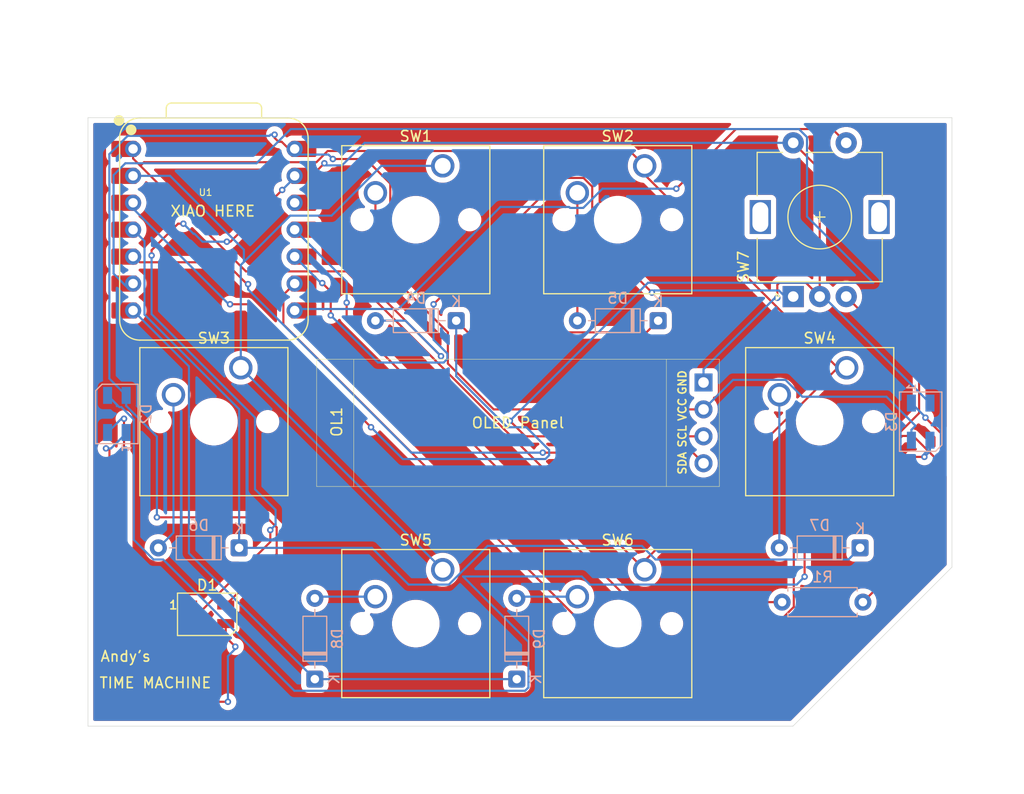
<source format=kicad_pcb>
(kicad_pcb (version 20241229) (generator "pcbnew") (generator_version "9.0")
  (layers (0 "F.Cu" signal) (2 "B.Cu" signal) (13 "F.Paste" user) (15 "B.Paste" user) (5 "F.SilkS" user "F.Silkscreen") (7 "B.SilkS" user "B.Silkscreen") (1 "F.Mask" user) (3 "B.Mask" user) (25 "Edge.Cuts" user))
  (net 0 "")
  (net 1 "GND")
  (net 3 "+5V")
  (net 4 "Net-(D1-DIN)")
  (net 5 "Net-(D2-DIN)")
  (net 6 "Row 2")
  (net 7 "Net-(D4-A)")
  (net 8 "Row 0")
  (net 9 "Net-(D6-A)")
  (net 10 "Row 1")
  (net 11 "Net-(D7-A)")
  (net 12 "Net-(D8-A)")
  (net 13 "Net-(D9-A)")
  (net 14 "Net-(U1-GPIO3{slash}MOSI)")
  (net 15 "Net-(U1-GPIO2{slash}SCK)")
  (net 16 "Net-(U1-GPIO1{slash}RX)")
  (net 17 "Net-(U1-GPIO4{slash}MISO)")
  (net 18 "Column 0")
  (net 19 "Column 1")
  (net 20 "Net-(D3-DIN)")
  (net 21 "Net-(D5-A)")
  (net 22 "Net-(OL1-SDA)")
  (net 23 "Net-(OL1-SCL)")
  (footprint "Library:SW_Cherry_MX_1.00u_PCB 3D" (layer "F.Cu") (at 93.0275 52.07)
    (property "Reference" "SW1" (at -2.54 -2.794 0) (layer "F.SilkS"))
    (property "Value" "SW_Push")
    (pad "" np_thru_hole circle (at -7.62 5.08) (size 1.7 1.7) (drill 1.7) (layers "*.Cu" "*.Mask"))
    (pad "" np_thru_hole circle (at -2.54 5.08) (size 4 4) (drill 4) (layers "*.Cu" "*.Mask"))
    (pad "" np_thru_hole circle (at 2.54 5.08) (size 1.7 1.7) (drill 1.7) (layers "*.Cu" "*.Mask"))
    (pad "1" thru_hole circle (at 0 0) (size 2.2 2.2) (drill 1.5) (layers "*.Cu" "*.Mask") (net 18 "Column 0"))
    (pad "2" thru_hole circle (at -6.35 2.54) (size 2.2 2.2) (drill 1.5) (layers "*.Cu" "*.Mask") (net 7 "Net-(D4-A)"))
  )
  (footprint "Button_Switch_Keyboard:SW_Cherry_MX_1.00u_PCB" (layer "F.Cu") (at 73.9775 71.12)
    (property "Reference" "SW3" (at -2.54 -2.794 0) (layer "F.SilkS"))
    (property "Value" "SW_Push")
    (pad "" np_thru_hole circle (at -7.62 5.08) (size 1.7 1.7) (drill 1.7) (layers "*.Cu" "*.Mask"))
    (pad "" np_thru_hole circle (at -2.54 5.08) (size 4 4) (drill 4) (layers "*.Cu" "*.Mask"))
    (pad "" np_thru_hole circle (at 2.54 5.08) (size 1.7 1.7) (drill 1.7) (layers "*.Cu" "*.Mask"))
    (pad "1" thru_hole circle (at 0 0) (size 2.2 2.2) (drill 1.5) (layers "*.Cu" "*.Mask") (net 18 "Column 0"))
    (pad "2" thru_hole circle (at -6.35 2.54) (size 2.2 2.2) (drill 1.5) (layers "*.Cu" "*.Mask") (net 9 "Net-(D6-A)"))
  )
  (footprint "OLED:SSD1306-0.91-OLED-4pin-128x32" (layer "F.Cu") (at 81.1275 70.315)
    (property "Reference" "OL1" (at 1.9 5.91 90) (layer "F.SilkS"))
    (property "Value" "OLED")
    (fp_text user "OLED Panel" (at 19 6 0) (layer "F.SilkS"))
    (fp_text user "VCC" (at 34.5 4.73 270) (layer "F.SilkS") (effects (font (size 0.75 0.75))))
    (fp_text user "GND" (at 34.5 2.19 270) (layer "F.SilkS") (effects (font (size 0.75 0.75))))
    (fp_text user "SDA" (at 34.5 9.81 270) (layer "F.SilkS") (effects (font (size 0.75 0.75))))
    (fp_text user "SCL" (at 34.5 7.27 270) (layer "F.SilkS") (effects (font (size 0.75 0.75))))
    (pad "1" thru_hole rect (at 36.5 2.19) (size 1.7 1.7) (drill 1) (layers "*.Cu" "*.Mask") (net 1 "GND"))
    (pad "2" thru_hole oval (at 36.5 4.73) (size 1.7 1.7) (drill 1) (layers "*.Cu" "*.Mask") (net 3 "+5V"))
    (pad "3" thru_hole oval (at 36.5 7.27) (size 1.7 1.7) (drill 1) (layers "*.Cu" "*.Mask") (net 23 "Net-(OL1-SCL)"))
    (pad "4" thru_hole oval (at 36.5 9.81) (size 1.7 1.7) (drill 1) (layers "*.Cu" "*.Mask") (net 22 "Net-(OL1-SDA)"))
  )
  (footprint "LED_SMD:LED_SK6812MINI_PLCC4_3.5x3.5mm_P1.75mm" (layer "F.Cu") (at 70.80625 94.375)
    (property "Reference" "D1" (at 0 -2.75 0) (layer "F.SilkS"))
    (property "Value" "SK6812MINI")
    (fp_text user "1" (at -3.2 -0.875 0) (layer "F.SilkS") (effects (font (size 0.8 0.8))))
    (pad "1" smd rect (at -1.75 -0.875) (size 1.6 0.85) (layers "F.Cu" "F.Mask" "F.Paste"))
    (pad "2" smd rect (at -1.75 0.875) (size 1.6 0.85) (layers "F.Cu" "F.Mask" "F.Paste") (net 1 "GND"))
    (pad "3" smd rect (at 1.75 0.875) (size 1.6 0.85) (layers "F.Cu" "F.Mask" "F.Paste") (net 4 "Net-(D1-DIN)"))
    (pad "4" smd rect (at 1.75 -0.875) (size 1.6 0.85) (layers "F.Cu" "F.Mask" "F.Paste") (net 3 "+5V"))
  )
  (footprint "Library:SW_Cherry_MX_1.00u_PCB 3D" (layer "F.Cu") (at 93.0275 90.17)
    (property "Reference" "SW5" (at -2.54 -2.794 0) (layer "F.SilkS"))
    (property "Value" "SW_Push")
    (pad "" np_thru_hole circle (at -7.62 5.08) (size 1.7 1.7) (drill 1.7) (layers "*.Cu" "*.Mask"))
    (pad "" np_thru_hole circle (at -2.54 5.08) (size 4 4) (drill 4) (layers "*.Cu" "*.Mask"))
    (pad "" np_thru_hole circle (at 2.54 5.08) (size 1.7 1.7) (drill 1.7) (layers "*.Cu" "*.Mask"))
    (pad "1" thru_hole circle (at 0 0) (size 2.2 2.2) (drill 1.5) (layers "*.Cu" "*.Mask") (net 18 "Column 0"))
    (pad "2" thru_hole circle (at -6.35 2.54) (size 2.2 2.2) (drill 1.5) (layers "*.Cu" "*.Mask") (net 12 "Net-(D8-A)"))
  )
  (footprint "Library:SW_Cherry_MX_1.00u_PCB 3D" (layer "F.Cu") (at 112.0775 52.07)
    (property "Reference" "SW2" (at -2.54 -2.794 0) (layer "F.SilkS"))
    (property "Value" "SW_Push")
    (pad "" np_thru_hole circle (at -7.62 5.08) (size 1.7 1.7) (drill 1.7) (layers "*.Cu" "*.Mask"))
    (pad "" np_thru_hole circle (at -2.54 5.08) (size 4 4) (drill 4) (layers "*.Cu" "*.Mask"))
    (pad "" np_thru_hole circle (at 2.54 5.08) (size 1.7 1.7) (drill 1.7) (layers "*.Cu" "*.Mask"))
    (pad "1" thru_hole circle (at 0 0) (size 2.2 2.2) (drill 1.5) (layers "*.Cu" "*.Mask") (net 19 "Column 1"))
    (pad "2" thru_hole circle (at -6.35 2.54) (size 2.2 2.2) (drill 1.5) (layers "*.Cu" "*.Mask") (net 21 "Net-(D5-A)"))
  )
  (footprint "OPL:XIAO-RP2040-DIP" (layer "F.Cu") (at 71.4375 58.0935)
    (property "Reference" "U1" (at -0.78 -3.52 0) (layer "F.SilkS") (effects (font (size 0.635 0.635) (thickness 0.1016))))
    (property "Value" "XIAO-RP2040-DIP")
    (pad "1" smd roundrect (at -8.455 -7.62 180) (size 2.432 1.524) (layers "F.Cu" "F.Mask") (roundrect_rratio 0.1) (net 19 "Column 1"))
    (pad "1" thru_hole circle (at -7.62 -7.62 180) (size 1.524 1.524) (drill 0.889) (layers "*.Cu" "*.Mask") (net 19 "Column 1"))
    (pad "2" smd roundrect (at -8.455 -5.08 180) (size 2.432 1.524) (layers "F.Cu" "F.Mask") (roundrect_rratio 0.1) (net 18 "Column 0"))
    (pad "2" thru_hole circle (at -7.62 -5.08 180) (size 1.524 1.524) (drill 0.889) (layers "*.Cu" "*.Mask") (net 18 "Column 0"))
    (pad "3" smd roundrect (at -8.455 -2.54 180) (size 2.432 1.524) (layers "F.Cu" "F.Mask") (roundrect_rratio 0.1) (net 8 "Row 0"))
    (pad "3" thru_hole circle (at -7.62 -2.54 180) (size 1.524 1.524) (drill 0.889) (layers "*.Cu" "*.Mask") (net 8 "Row 0"))
    (pad "4" smd roundrect (at -8.455 0 180) (size 2.432 1.524) (layers "F.Cu" "F.Mask") (roundrect_rratio 0.1) (net 10 "Row 1"))
    (pad "4" thru_hole circle (at -7.62 0 180) (size 1.524 1.524) (drill 0.889) (layers "*.Cu" "*.Mask") (net 10 "Row 1"))
    (pad "5" smd roundrect (at -8.455 2.54 180) (size 2.432 1.524) (layers "F.Cu" "F.Mask") (roundrect_rratio 0.1) (net 22 "Net-(OL1-SDA)"))
    (pad "5" thru_hole circle (at -7.62 2.54 180) (size 1.524 1.524) (drill 0.889) (layers "*.Cu" "*.Mask") (net 22 "Net-(OL1-SDA)"))
    (pad "6" smd roundrect (at -8.455 5.08 180) (size 2.432 1.524) (layers "F.Cu" "F.Mask") (roundrect_rratio 0.1) (net 23 "Net-(OL1-SCL)"))
    (pad "6" thru_hole circle (at -7.62 5.08 180) (size 1.524 1.524) (drill 0.889) (layers "*.Cu" "*.Mask") (net 23 "Net-(OL1-SCL)"))
    (pad "7" smd roundrect (at -8.455 7.62 180) (size 2.432 1.524) (layers "F.Cu" "F.Mask") (roundrect_rratio 0.1) (net 6 "Row 2"))
    (pad "7" thru_hole circle (at -7.62 7.62 180) (size 1.524 1.524) (drill 0.889) (layers "*.Cu" "*.Mask") (net 6 "Row 2"))
    (pad "8" thru_hole circle (at 7.62 7.62) (size 1.524 1.524) (drill 0.889) (layers "*.Cu" "*.Mask") (net 16 "Net-(U1-GPIO1{slash}RX)"))
    (pad "8" smd roundrect (at 8.455 7.62) (size 2.432 1.524) (layers "F.Cu" "F.Mask") (roundrect_rratio 0.1) (net 16 "Net-(U1-GPIO1{slash}RX)"))
    (pad "9" thru_hole circle (at 7.62 5.08) (size 1.524 1.524) (drill 0.889) (layers "*.Cu" "*.Mask") (net 15 "Net-(U1-GPIO2{slash}SCK)"))
    (pad "9" smd roundrect (at 8.455 5.08) (size 2.432 1.524) (layers "F.Cu" "F.Mask") (roundrect_rratio 0.1) (net 15 "Net-(U1-GPIO2{slash}SCK)"))
    (pad "10" thru_hole circle (at 7.62 2.54) (size 1.524 1.524) (drill 0.889) (layers "*.Cu" "*.Mask") (net 17 "Net-(U1-GPIO4{slash}MISO)"))
    (pad "10" smd roundrect (at 8.455 2.54) (size 2.432 1.524) (layers "F.Cu" "F.Mask") (roundrect_rratio 0.1) (net 17 "Net-(U1-GPIO4{slash}MISO)"))
    (pad "11" thru_hole circle (at 7.62 0) (size 1.524 1.524) (drill 0.889) (layers "*.Cu" "*.Mask") (net 14 "Net-(U1-GPIO3{slash}MOSI)"))
    (pad "11" smd roundrect (at 8.455 0) (size 2.432 1.524) (layers "F.Cu" "F.Mask") (roundrect_rratio 0.1) (net 14 "Net-(U1-GPIO3{slash}MOSI)"))
    (pad "12" thru_hole circle (at 7.62 -2.54) (size 1.524 1.524) (drill 0.889) (layers "*.Cu" "*.Mask"))
    (pad "12" smd roundrect (at 8.455 -2.54) (size 2.432 1.524) (layers "F.Cu" "F.Mask") (roundrect_rratio 0.1))
    (pad "13" thru_hole circle (at 7.62 -5.08) (size 1.524 1.524) (drill 0.889) (layers "*.Cu" "*.Mask") (net 1 "GND"))
    (pad "13" smd roundrect (at 8.455 -5.08) (size 2.432 1.524) (layers "F.Cu" "F.Mask") (roundrect_rratio 0.1) (net 1 "GND"))
    (pad "14" thru_hole circle (at 7.62 -7.62) (size 1.524 1.524) (drill 0.889) (layers "*.Cu" "*.Mask") (net 3 "+5V"))
    (pad "14" smd roundrect (at 8.455 -7.62) (size 2.432 1.524) (layers "F.Cu" "F.Mask") (roundrect_rratio 0.1) (net 3 "+5V"))
  )
  (footprint "Library:SW_Cherry_MX_1.00u_PCB 3D" (layer "F.Cu") (at 112.0775 90.17)
    (property "Reference" "SW6" (at -2.54 -2.794 0) (layer "F.SilkS"))
    (property "Value" "SW_Push")
    (pad "" np_thru_hole circle (at -7.62 5.08) (size 1.7 1.7) (drill 1.7) (layers "*.Cu" "*.Mask"))
    (pad "" np_thru_hole circle (at -2.54 5.08) (size 4 4) (drill 4) (layers "*.Cu" "*.Mask"))
    (pad "" np_thru_hole circle (at 2.54 5.08) (size 1.7 1.7) (drill 1.7) (layers "*.Cu" "*.Mask"))
    (pad "1" thru_hole circle (at 0 0) (size 2.2 2.2) (drill 1.5) (layers "*.Cu" "*.Mask") (net 19 "Column 1"))
    (pad "2" thru_hole circle (at -6.35 2.54) (size 2.2 2.2) (drill 1.5) (layers "*.Cu" "*.Mask") (net 13 "Net-(D9-A)"))
  )
  (footprint "Library:SW_Cherry_MX_1.00u_PCB 3D" (layer "F.Cu") (at 131.1275 71.12)
    (property "Reference" "SW4" (at -2.54 -2.794 0) (layer "F.SilkS"))
    (property "Value" "SW_Push")
    (pad "" np_thru_hole circle (at -7.62 5.08) (size 1.7 1.7) (drill 1.7) (layers "*.Cu" "*.Mask"))
    (pad "" np_thru_hole circle (at -2.54 5.08) (size 4 4) (drill 4) (layers "*.Cu" "*.Mask"))
    (pad "" np_thru_hole circle (at 2.54 5.08) (size 1.7 1.7) (drill 1.7) (layers "*.Cu" "*.Mask"))
    (pad "1" thru_hole circle (at 0 0) (size 2.2 2.2) (drill 1.5) (layers "*.Cu" "*.Mask") (net 19 "Column 1"))
    (pad "2" thru_hole circle (at -6.35 2.54) (size 2.2 2.2) (drill 1.5) (layers "*.Cu" "*.Mask") (net 11 "Net-(D7-A)"))
  )
  (footprint "Library:RotaryEncoder_Alps_EC11E-Switch_Vertical_H20mm 3D" (layer "F.Cu") (at 126.0875 64.4 90)
    (property "Reference" "SW7" (at 2.8 -4.7 90) (layer "F.SilkS"))
    (property "Value" "RotaryEncoder_Switch")
    (pad "A" thru_hole rect (at 0 0 90) (size 2 2) (drill 1) (layers "*.Cu" "*.Mask") (net 17 "Net-(U1-GPIO4{slash}MISO)"))
    (pad "B" thru_hole circle (at 0 5 90) (size 2 2) (drill 1) (layers "*.Cu" "*.Mask") (net 15 "Net-(U1-GPIO2{slash}SCK)"))
    (pad "C" thru_hole circle (at 0 2.5 90) (size 2 2) (drill 1) (layers "*.Cu" "*.Mask") (net 1 "GND"))
    (pad "MP" thru_hole rect (at 7.5 -3.1 90) (size 3.2 2) (drill oval 2.8 1.5) (layers "*.Cu" "*.Mask"))
    (pad "MP" thru_hole rect (at 7.5 8.1 90) (size 3.2 2) (drill oval 2.8 1.5) (layers "*.Cu" "*.Mask"))
    (pad "S1" thru_hole circle (at 14.5 5 90) (size 2 2) (drill 1) (layers "*.Cu" "*.Mask") (net 16 "Net-(U1-GPIO1{slash}RX)"))
    (pad "S2" thru_hole circle (at 14.5 0 90) (size 2 2) (drill 1) (layers "*.Cu" "*.Mask") (net 1 "GND"))
  )
  (footprint "Diode_THT:D_DO-35_SOD27_P7.62mm_Horizontal" (layer "B.Cu") (at 73.81875 88.10625 180)
    (property "Reference" "D6" (at 3.81 2.12 0) (layer "B.SilkS") (effects (justify mirror)))
    (property "Value" "1N4148")
    (fp_text user "K" (at 0 1.8 0) (layer "B.SilkS") (effects (justify mirror)))
    (pad "1" thru_hole roundrect (at 0 0 180) (size 1.6 1.6) (drill 0.8) (layers "*.Cu" "*.Mask") (roundrect_rratio 0.15625) (net 10 "Row 1"))
    (pad "2" thru_hole circle (at 7.62 0 180) (size 1.6 1.6) (drill 0.8) (layers "*.Cu" "*.Mask") (net 9 "Net-(D6-A)"))
  )
  (footprint "Resistor_THT:R_Axial_DIN0207_L6.3mm_D2.5mm_P7.62mm_Horizontal" (layer "B.Cu") (at 132.6625 93.225 180)
    (property "Reference" "R1" (at 3.81 2.37 0) (layer "B.SilkS") (effects (justify mirror)))
    (property "Value" "330Ω")
    (pad "1" thru_hole circle (at 0 0 180) (size 1.6 1.6) (drill 0.8) (layers "*.Cu" "*.Mask") (net 20 "Net-(D3-DIN)"))
    (pad "2" thru_hole circle (at 7.62 0 180) (size 1.6 1.6) (drill 0.8) (layers "*.Cu" "*.Mask") (net 14 "Net-(U1-GPIO3{slash}MOSI)"))
  )
  (footprint "Library:LED_SK6812MINI_PLCC4_3.5x3.5mm_P1.75mm 3D" (layer "B.Cu") (at 62.2875 75.475 90)
    (property "Reference" "D2" (at 0 2.75 270) (layer "B.SilkS") (effects (justify mirror)))
    (property "Value" "SK6812MINI")
    (fp_text user "1" (at -3.2 0.875 270) (layer "B.SilkS") (effects (font (size 0.8 0.8)) (justify mirror)))
    (pad "1" smd rect (at -1.75 0.875 90) (size 1.6 0.85) (layers "B.Cu" "B.Mask" "B.Paste") (net 4 "Net-(D1-DIN)"))
    (pad "2" smd rect (at -1.75 -0.875 90) (size 1.6 0.85) (layers "B.Cu" "B.Mask" "B.Paste") (net 1 "GND"))
    (pad "3" smd rect (at 1.75 -0.875 90) (size 1.6 0.85) (layers "B.Cu" "B.Mask" "B.Paste") (net 5 "Net-(D2-DIN)"))
    (pad "4" smd rect (at 1.75 0.875 90) (size 1.6 0.85) (layers "B.Cu" "B.Mask" "B.Paste") (net 3 "+5V"))
  )
  (footprint "Library:LED_SK6812MINI_PLCC4_3.5x3.5mm_P1.75mm 3D" (layer "B.Cu") (at 138.1125 76.2 -90)
    (property "Reference" "D3" (at 0 2.75 90) (layer "B.SilkS") (effects (justify mirror)))
    (property "Value" "SK6812MINI")
    (fp_text user "1" (at -3.2 0.875 90) (layer "B.SilkS") (effects (font (size 0.8 0.8)) (justify mirror)))
    (pad "1" smd rect (at -1.75 0.875 270) (size 1.6 0.85) (layers "B.Cu" "B.Mask" "B.Paste") (net 5 "Net-(D2-DIN)"))
    (pad "2" smd rect (at -1.75 -0.875 270) (size 1.6 0.85) (layers "B.Cu" "B.Mask" "B.Paste") (net 1 "GND"))
    (pad "3" smd rect (at 1.75 -0.875 270) (size 1.6 0.85) (layers "B.Cu" "B.Mask" "B.Paste") (net 20 "Net-(D3-DIN)"))
    (pad "4" smd rect (at 1.75 0.875 270) (size 1.6 0.85) (layers "B.Cu" "B.Mask" "B.Paste") (net 3 "+5V"))
  )
  (footprint "Diode_THT:D_DO-35_SOD27_P7.62mm_Horizontal" (layer "B.Cu") (at 113.3475 66.675 180)
    (property "Reference" "D5" (at 3.81 2.12 0) (layer "B.SilkS") (effects (justify mirror)))
    (property "Value" "1N4148")
    (fp_text user "K" (at 0 1.8 0) (layer "B.SilkS") (effects (justify mirror)))
    (pad "1" thru_hole roundrect (at 0 0 180) (size 1.6 1.6) (drill 0.8) (layers "*.Cu" "*.Mask") (roundrect_rratio 0.15625) (net 8 "Row 0"))
    (pad "2" thru_hole circle (at 7.62 0 180) (size 1.6 1.6) (drill 0.8) (layers "*.Cu" "*.Mask") (net 21 "Net-(D5-A)"))
  )
  (footprint "Diode_THT:D_DO-35_SOD27_P7.62mm_Horizontal" (layer "B.Cu") (at 80.9625 100.48875 90)
    (property "Reference" "D8" (at 3.81 2.12 90) (layer "B.SilkS") (effects (justify mirror)))
    (property "Value" "1N4148")
    (fp_text user "K" (at 0 1.8 90) (layer "B.SilkS") (effects (justify mirror)))
    (pad "1" thru_hole roundrect (at 0 0 90) (size 1.6 1.6) (drill 0.8) (layers "*.Cu" "*.Mask") (roundrect_rratio 0.15625) (net 6 "Row 2"))
    (pad "2" thru_hole circle (at 7.62 0 90) (size 1.6 1.6) (drill 0.8) (layers "*.Cu" "*.Mask") (net 12 "Net-(D8-A)"))
  )
  (footprint "Diode_THT:D_DO-35_SOD27_P7.62mm_Horizontal" (layer "B.Cu") (at 100.0125 100.48875 90)
    (property "Reference" "D9" (at 3.81 2.12 90) (layer "B.SilkS") (effects (justify mirror)))
    (property "Value" "1N4148")
    (fp_text user "K" (at 0 1.8 90) (layer "B.SilkS") (effects (justify mirror)))
    (pad "1" thru_hole roundrect (at 0 0 90) (size 1.6 1.6) (drill 0.8) (layers "*.Cu" "*.Mask") (roundrect_rratio 0.15625) (net 6 "Row 2"))
    (pad "2" thru_hole circle (at 7.62 0 90) (size 1.6 1.6) (drill 0.8) (layers "*.Cu" "*.Mask") (net 13 "Net-(D9-A)"))
  )
  (footprint "Diode_THT:D_DO-35_SOD27_P7.62mm_Horizontal" (layer "B.Cu") (at 132.3975 88.10625 180)
    (property "Reference" "D7" (at 3.81 2.12 0) (layer "B.SilkS") (effects (justify mirror)))
    (property "Value" "1N4148")
    (fp_text user "K" (at 0 1.8 0) (layer "B.SilkS") (effects (justify mirror)))
    (pad "1" thru_hole roundrect (at 0 0 180) (size 1.6 1.6) (drill 0.8) (layers "*.Cu" "*.Mask") (roundrect_rratio 0.15625) (net 10 "Row 1"))
    (pad "2" thru_hole circle (at 7.62 0 180) (size 1.6 1.6) (drill 0.8) (layers "*.Cu" "*.Mask") (net 11 "Net-(D7-A)"))
  )
  (footprint "Diode_THT:D_DO-35_SOD27_P7.62mm_Horizontal" (layer "B.Cu") (at 94.2975 66.675 180)
    (property "Reference" "D4" (at 3.81 2.12 0) (layer "B.SilkS") (effects (justify mirror)))
    (property "Value" "1N4148")
    (fp_text user "K" (at 0 1.8 0) (layer "B.SilkS") (effects (justify mirror)))
    (pad "1" thru_hole roundrect (at 0 0 180) (size 1.6 1.6) (drill 0.8) (layers "*.Cu" "*.Mask") (roundrect_rratio 0.15625) (net 8 "Row 0"))
    (pad "2" thru_hole circle (at 7.62 0 180) (size 1.6 1.6) (drill 0.8) (layers "*.Cu" "*.Mask") (net 7 "Net-(D4-A)"))
  )
  (gr_line (start 59.5625 104.925) (end 59.5625 47.525) (stroke (width 0.05)) (layer "Edge.Cuts"))
  (gr_line (start 59.5625 47.525) (end 141.0625 47.525) (stroke (width 0.05)) (layer "Edge.Cuts"))
  (gr_line (start 126.0625 104.925) (end 59.5625 104.925) (stroke (width 0.05)) (layer "Edge.Cuts"))
  (gr_line (start 141.0625 89.925) (end 126.0625 104.925) (stroke (width 0.05)) (layer "Edge.Cuts"))
  (gr_line (start 141.0625 47.525) (end 141.0625 89.925) (stroke (width 0.05)) (layer "Edge.Cuts"))
  (gr_text "XIAO HERE" (at 67.2625 56.925 0) (layer "F.SilkS") (effects (font (size 1 1)) (justify left bottom)))
  (gr_text "Andy's " (at 60.6625 98.925 0) (layer "F.SilkS") (effects (font (size 1 1)) (justify left bottom)))
  (gr_text "TIME MACHINE" (at 60.5625 101.425 0) (layer "F.SilkS") (effects (font (size 1 1)) (justify left bottom)))
  (segment (start 73.0025 59.225) (end 72.6625 59.225) (width 0.2) (layer "F.Cu") (net 1))
  (segment (start 63.1625 89.73125) (end 63.1625 79.425) (width 0.2) (layer "F.Cu") (net 1))
  (segment (start 124.587498 63.298002) (end 124.587498 64.525) (width 0.2) (layer "F.Cu") (net 1))
  (segment (start 76.7625 87.54375) (end 69.05625 95.25) (width 0.2) (layer "F.Cu") (net 1))
  (segment (start 68.5625 57.525) (end 68.0625 57.525) (width 0.2) (layer "F.Cu") (net 1))
  (segment (start 77.8825 54.345) (end 73.0025 59.225) (width 0.2) (layer "F.Cu") (net 1))
  (segment (start 65.5625 60.025) (end 68.0625 57.525) (width 0.2) (layer "F.Cu") (net 1))
  (segment (start 78.6825 53.545) (end 80.144656 53.545) (width 0.2) (layer "F.Cu") (net 1))
  (segment (start 126.0875 49.9) (end 128.5875 52.4) (width 0.2) (layer "F.Cu") (net 1))
  (segment (start 65.5625 60.025) (end 65.5625 60.525) (width 0.2) (layer "F.Cu") (net 1))
  (segment (start 76.7625 86.425) (end 76.7625 87.54375) (width 0.2) (layer "F.Cu") (net 1))
  (segment (start 127.2865 63.099) (end 124.7865 63.099) (width 0.2) (layer "F.Cu") (net 1))
  (segment (start 80.144656 53.545) (end 81.863578 51.826078) (width 0.2) (layer "F.Cu") (net 1))
  (segment (start 128.5875 64.4) (end 127.2865 63.099) (width 0.2) (layer "F.Cu") (net 1))
  (segment (start 68.68125 95.25) (end 63.1625 89.73125) (width 0.2) (layer "F.Cu") (net 1))
  (segment (start 69.05625 95.25) (end 68.68125 95.25) (width 0.2) (layer "F.Cu") (net 1))
  (segment (start 124.7865 63.099) (end 124.587498 63.298002) (width 0.2) (layer "F.Cu") (net 1))
  (segment (start 128.5875 52.4) (end 128.5875 64.4) (width 0.2) (layer "F.Cu") (net 1))
  (segment (start 63.1625 79.425) (end 62.9625 79.225) (width 0.2) (layer "F.Cu") (net 1))
  (segment (start 62.9625 79.225) (end 62.9625 75.925) (width 0.2) (layer "F.Cu") (net 1))
  (via (at 65.5625 60.525) (size 0.6) (drill 0.3) (layers "F.Cu" "B.Cu") (net 1))
  (via (at 76.7625 86.425) (size 0.6) (drill 0.3) (layers "F.Cu" "B.Cu") (net 1))
  (via (at 81.863578 51.826078) (size 0.6) (drill 0.3) (layers "F.Cu" "B.Cu") (net 1))
  (via (at 68.5625 57.525) (size 0.6) (drill 0.3) (layers "F.Cu" "B.Cu") (net 1))
  (via (at 77.8825 54.345) (size 0.6) (drill 0.3) (layers "F.Cu" "B.Cu") (net 1))
  (via (at 124.587498 64.525) (size 0.6) (drill 0.3) (layers "F.Cu" "B.Cu") (net 1))
  (via (at 62.9625 75.925) (size 0.6) (drill 0.3) (layers "F.Cu" "B.Cu") (net 1))
  (via (at 72.6625 59.225) (size 0.6) (drill 0.3) (layers "F.Cu" "B.Cu") (net 1))
  (segment (start 138.9875 74.45) (end 128.9375 64.4) (width 0.2) (layer "B.Cu") (net 1))
  (segment (start 78.6625 53.165) (end 78.6625 53.565) (width 0.2) (layer "B.Cu") (net 1))
  (segment (start 81.863578 51.826078) (end 82.0635 52.026) (width 0.2) (layer "B.Cu") (net 1))
  (segment (start 82.0635 52.026) (end 83.52461 52.026) (width 0.2) (layer "B.Cu") (net 1))
  (segment (start 69.5125 58.475) (end 68.5625 57.525) (width 0.2) (layer "B.Cu") (net 1))
  (segment (start 69.6125 58.475) (end 69.5125 58.475) (width 0.2) (layer "B.Cu") (net 1))
  (segment (start 70.3625 59.225) (end 69.6125 58.475) (width 0.2) (layer "B.Cu") (net 1))
  (segment (start 65.5625 66.0579) (end 75.3165 75.8119) (width 0.2) (layer "B.Cu") (net 1))
  (segment (start 77.2625 84.525) (end 77.2625 85.925) (width 0.2) (layer "B.Cu") (net 1))
  (segment (start 65.5625 60.525) (end 65.5625 66.0579) (width 0.2) (layer "B.Cu") (net 1))
  (segment (start 124.3625 64.525) (end 117.6275 71.26) (width 0.2) (layer "B.Cu") (net 1))
  (segment (start 62.7125 75.925) (end 61.4125 77.225) (width 0.2) (layer "B.Cu") (net 1))
  (segment (start 78.6625 53.565) (end 77.8825 54.345) (width 0.2) (layer "B.Cu") (net 1))
  (segment (start 124.587498 64.525) (end 124.3625 64.525) (width 0.2) (layer "B.Cu") (net 1))
  (segment (start 83.52461 52.026) (end 85.65061 49.9) (width 0.2) (layer "B.Cu") (net 1))
  (segment (start 75.3165 82.579) (end 77.2625 84.525) (width 0.2) (layer "B.Cu") (net 1))
  (segment (start 117.6275 71.26) (end 117.6275 72.505) (width 0.2) (layer "B.Cu") (net 1))
  (segment (start 75.3165 75.8119) (end 75.3165 82.579) (width 0.2) (layer "B.Cu") (net 1))
  (segment (start 72.6625 59.225) (end 70.3625 59.225) (width 0.2) (layer "B.Cu") (net 1))
  (segment (start 128.9375 64.4) (end 128.5875 64.4) (width 0.2) (layer "B.Cu") (net 1))
  (segment (start 62.9625 75.925) (end 62.7125 75.925) (width 0.2) (layer "B.Cu") (net 1))
  (segment (start 85.65061 49.9) (end 126.0875 49.9) (width 0.2) (layer "B.Cu") (net 1))
  (segment (start 77.2625 85.925) (end 76.7625 86.425) (width 0.2) (layer "B.Cu") (net 1))
  (segment (start 88.0785 62.34216) (end 88.0785 53.741) (width 0.2) (layer "F.Cu") (net 3))
  (segment (start 85.7625 51.425) (end 82.6625 51.425) (width 0.2) (layer "F.Cu") (net 3))
  (segment (start 93.51234 70.724783) (end 93.51234 67.776) (width 0.2) (layer "F.Cu") (net 3))
  (segment (start 77.53658 49.79908) (end 77.1625 49.425) (width 0.2) (layer "F.Cu") (net 3))
  (segment (start 93.51234 67.776) (end 88.0785 62.34216) (width 0.2) (layer "F.Cu") (net 3))
  (segment (start 77.3635 86.176057) (end 77.3635 88.69275) (width 0.2) (layer "F.Cu") (net 3))
  (segment (start 77.3635 88.69275) (end 72.55625 93.5) (width 0.2) (layer "F.Cu") (net 3))
  (segment (start 117.6275 75.045) (end 97.832557 75.045) (width 0.2) (layer "F.Cu") (net 3))
  (segment (start 97.832557 75.045) (end 93.51234 70.724783) (width 0.2) (layer "F.Cu") (net 3))
  (segment (start 77.1625 49.425) (end 77.1625 49.125) (width 0.2) (layer "F.Cu") (net 3))
  (segment (start 78.511 50.4735) (end 77.83658 49.79908) (width 0.2) (layer "F.Cu") (net 3))
  (segment (start 88.0785 53.741) (end 85.7625 51.425) (width 0.2) (layer "F.Cu") (net 3))
  (segment (start 79.0575 50.4735) (end 78.511 50.4735) (width 0.2) (layer "F.Cu") (net 3))
  (segment (start 66.0625 85.225) (end 76.412443 85.225) (width 0.2) (layer "F.Cu") (net 3))
  (segment (start 76.412443 85.225) (end 77.3635 86.176057) (width 0.2) (layer "F.Cu") (net 3))
  (segment (start 77.53658 49.79908) (end 77.83658 49.79908) (width 0.2) (layer "F.Cu") (net 3))
  (via (at 82.6625 51.425) (size 0.6) (drill 0.3) (layers "F.Cu" "B.Cu") (net 3))
  (via (at 77.1625 49.125) (size 0.6) (drill 0.3) (layers "F.Cu" "B.Cu") (net 3))
  (via (at 66.0625 85.225) (size 0.6) (drill 0.3) (layers "F.Cu" "B.Cu") (net 3))
  (segment (start 63.1625 73.725) (end 63.1625 74.70347) (width 0.2) (layer "B.Cu") (net 3))
  (segment (start 126.947814 73.849) (end 125.357814 72.259) (width 0.2) (layer "B.Cu") (net 3))
  (segment (start 120.4135 72.259) (end 117.6275 75.045) (width 0.2) (layer "B.Cu") (net 3))
  (segment (start 82.2425 51.005) (end 78.6825 51.005) (width 0.2) (layer "B.Cu") (net 3))
  (segment (start 137.2375 76.97153) (end 137.623265 76.585765) (width 0.2) (layer "B.Cu") (net 3))
  (segment (start 125.357814 72.259) (end 120.4135 72.259) (width 0.2) (layer "B.Cu") (net 3))
  (segment (start 137.2375 77.95) (end 137.2375 76.97153) (width 0.2) (layer "B.Cu") (net 3))
  (segment (start 63.304395 49.239795) (end 76.677295 49.239795) (width 0.2) (layer "B.Cu") (net 3))
  (segment (start 66.0625 77.60347) (end 66.0625 85.225) (width 0.2) (layer "B.Cu") (net 3))
  (segment (start 137.623265 76.585765) (end 134.8865 73.849) (width 0.2) (layer "B.Cu") (net 3))
  (segment (start 61.5775 50.96669) (end 63.304395 49.239795) (width 0.2) (layer "B.Cu") (net 3))
  (segment (start 63.1625 73.725) (end 61.5775 72.14) (width 0.2) (layer "B.Cu") (net 3))
  (segment (start 82.6625 51.425) (end 82.2425 51.005) (width 0.2) (layer "B.Cu") (net 3))
  (segment (start 76.79209 49.125) (end 77.1625 49.125) (width 0.2) (layer "B.Cu") (net 3))
  (segment (start 63.1625 74.70347) (end 66.0625 77.60347) (width 0.2) (layer "B.Cu") (net 3))
  (segment (start 134.8865 73.849) (end 126.947814 73.849) (width 0.2) (layer "B.Cu") (net 3))
  (segment (start 76.677295 49.239795) (end 76.79209 49.125) (width 0.2) (layer "B.Cu") (net 3))
  (segment (start 61.5775 72.14) (end 61.5775 50.96669) (width 0.2) (layer "B.Cu") (net 3))
  (segment (start 61.5875 97.0171) (end 67.1954 102.625) (width 0.2) (layer "F.Cu") (net 4))
  (segment (start 61.4625 78.725) (end 61.2625 78.725) (width 0.2) (layer "F.Cu") (net 4))
  (segment (start 67.1954 102.625) (end 72.7625 102.625) (width 0.2) (layer "F.Cu") (net 4))
  (segment (start 73.4625 97.425) (end 72.55625 96.51875) (width 0.2) (layer "F.Cu") (net 4))
  (segment (start 61.5875 78.85) (end 61.5875 97.0171) (width 0.2) (layer "F.Cu") (net 4))
  (segment (start 61.4625 78.725) (end 61.5875 78.85) (width 0.2) (layer "F.Cu") (net 4))
  (segment (start 72.55625 96.51875) (end 72.55625 95.25) (width 0.2) (layer "F.Cu") (net 4))
  (via (at 73.4625 97.425) (size 0.6) (drill 0.3) (layers "F.Cu" "B.Cu") (net 4))
  (via (at 72.7625 102.625) (size 0.6) (drill 0.3) (layers "F.Cu" "B.Cu") (net 4))
  (via (at 61.2625 78.725) (size 0.6) (drill 0.3) (layers "F.Cu" "B.Cu") (net 4))
  (segment (start 61.2625 78.725) (end 61.7395 78.725) (width 0.2) (layer "B.Cu") (net 4))
  (segment (start 63.1625 77.302) (end 63.1625 77.225) (width 0.2) (layer "B.Cu") (net 4))
  (segment (start 61.7395 78.725) (end 63.1625 77.302) (width 0.2) (layer "B.Cu") (net 4))
  (segment (start 73.4625 97.625) (end 73.4625 97.425) (width 0.2) (layer "B.Cu") (net 4))
  (segment (start 72.7625 98.325) (end 73.4625 97.625) (width 0.2) (layer "B.Cu") (net 4))
  (segment (start 72.7625 102.625) (end 72.7625 98.325) (width 0.2) (layer "B.Cu") (net 4))
  (segment (start 140.1145 80.725) (end 140.1145 77.377) (width 0.2) (layer "F.Cu") (net 5))
  (segment (start 127.1625 86.7651) (end 127.1625 90.825) (width 0.2) (layer "F.Cu") (net 5))
  (segment (start 140.1145 80.2599) (end 137.4036 77.549) (width 0.2) (layer "F.Cu") (net 5))
  (segment (start 136.3786 77.549) (end 127.1625 86.7651) (width 0.2) (layer "F.Cu") (net 5))
  (segment (start 140.1145 80.2599) (end 140.1145 80.725) (width 0.2) (layer "F.Cu") (net 5))
  (segment (start 137.4036 77.549) (end 136.3786 77.549) (width 0.2) (layer "F.Cu") (net 5))
  (segment (start 140.1145 77.377) (end 138.5625 75.825) (width 0.2) (layer "F.Cu") (net 5))
  (via (at 138.5625 75.825) (size 0.6) (drill 0.3) (layers "F.Cu" "B.Cu") (net 5))
  (via (at 127.1625 90.825) (size 0.6) (drill 0.3) (layers "F.Cu" "B.Cu") (net 5))
  (segment (start 63.8885 87.35305) (end 63.8885 76.001057) (width 0.2) (layer "B.Cu") (net 5))
  (segment (start 66.6548 89.20725) (end 65.7427 89.20725) (width 0.2) (layer "B.Cu") (net 5))
  (segment (start 101.1135 101.27391) (end 100.79766 101.58975) (width 0.2) (layer "B.Cu") (net 5))
  (segment (start 138.5625 75.825) (end 138.5625 75.775) (width 0.2) (layer "B.Cu") (net 5))
  (segment (start 79.0373 101.58975) (end 66.6548 89.20725) (width 0.2) (layer "B.Cu") (net 5))
  (segment (start 62.713443 74.826) (end 62.5135 74.826) (width 0.2) (layer "B.Cu") (net 5))
  (segment (start 106.140707 90.804207) (end 94.941707 90.804207) (width 0.2) (layer "B.Cu") (net 5))
  (segment (start 94.941707 90.804207) (end 101.1135 96.976) (width 0.2) (layer "B.Cu") (net 5))
  (segment (start 101.1135 96.976) (end 101.1135 101.27391) (width 0.2) (layer "B.Cu") (net 5))
  (segment (start 126.4165 91.571) (end 106.9075 91.571) (width 0.2) (layer "B.Cu") (net 5))
  (segment (start 100.79766 101.58975) (end 79.0373 101.58975) (width 0.2) (layer "B.Cu") (net 5))
  (segment (start 62.5135 74.826) (end 61.4125 73.725) (width 0.2) (layer "B.Cu") (net 5))
  (segment (start 65.7427 89.20725) (end 63.8885 87.35305) (width 0.2) (layer "B.Cu") (net 5))
  (segment (start 63.8885 76.001057) (end 62.713443 74.826) (width 0.2) (layer "B.Cu") (net 5))
  (segment (start 62.284407 74.736443) (end 62.284407 74.596907) (width 0.2) (layer "B.Cu") (net 5))
  (segment (start 106.9075 91.571) (end 106.140707 90.804207) (width 0.2) (layer "B.Cu") (net 5))
  (segment (start 138.5625 75.775) (end 137.2375 74.45) (width 0.2) (layer "B.Cu") (net 5))
  (segment (start 62.284407 74.596907) (end 61.4125 73.725) (width 0.2) (layer "B.Cu") (net 5))
  (segment (start 127.1625 90.825) (end 126.4165 91.571) (width 0.2) (layer "B.Cu") (net 5))
  (segment (start 69.0865 70.9825) (end 69.0865 88.61275) (width 0.2) (layer "B.Cu") (net 6))
  (segment (start 100.0125 100.48875) (end 80.9625 100.48875) (width 0.2) (layer "B.Cu") (net 6))
  (segment (start 69.0865 88.61275) (end 80.9625 100.48875) (width 0.2) (layer "B.Cu") (net 6))
  (segment (start 63.8175 65.7135) (end 69.0865 70.9825) (width 0.2) (layer "B.Cu") (net 6))
  (segment (start 86.6775 54.61) (end 86.6775 63.84) (width 0.2) (layer "F.Cu") (net 7))
  (segment (start 86.6775 63.84) (end 92.8625 70.025) (width 0.2) (layer "F.Cu") (net 7))
  (via (at 92.8625 70.025) (size 0.6) (drill 0.3) (layers "F.Cu" "B.Cu") (net 7))
  (segment (start 92.8625 70.025) (end 89.5125 66.675) (width 0.2) (layer "B.Cu") (net 7))
  (segment (start 89.5125 66.675) (end 86.6775 66.675) (width 0.2) (layer "B.Cu") (net 7))
  (segment (start 112.2465 67.776) (end 95.3985 67.776) (width 0.2) (layer "F.Cu") (net 8))
  (segment (start 72.9625 65.125) (end 74.6625 65.125) (width 0.2) (layer "F.Cu") (net 8))
  (segment (start 74.6625 65.125) (end 86.2625 76.725) (width 0.2) (layer "F.Cu") (net 8))
  (segment (start 95.3985 67.776) (end 94.2975 66.675) (width 0.2) (layer "F.Cu") (net 8))
  (segment (start 113.3475 66.675) (end 112.2465 67.776) (width 0.2) (layer "F.Cu") (net 8))
  (via (at 86.2625 76.725) (size 0.6) (drill 0.3) (layers "F.Cu" "B.Cu") (net 8))
  (via (at 72.9625 65.125) (size 0.6) (drill 0.3) (layers "F.Cu" "B.Cu") (net 8))
  (segment (start 103.0635 79.373943) (end 103.0635 78.876057) (width 0.2) (layer "B.Cu") (net 8))
  (segment (start 102.711443 79.726) (end 103.0635 79.373943) (width 0.2) (layer "B.Cu") (net 8))
  (segment (start 94.2975 71.909943) (end 94.2975 66.675) (width 0.2) (layer "B.Cu") (net 8))
  (segment (start 99.113557 76.726) (end 94.2975 71.909943) (width 0.2) (layer "B.Cu") (net 8))
  (segment (start 103.0635 78.876057) (end 100.913443 76.726) (width 0.2) (layer "B.Cu") (net 8))
  (segment (start 89.2635 79.726) (end 102.711443 79.726) (width 0.2) (layer "B.Cu") (net 8))
  (segment (start 72.8425 65.125) (end 72.9625 65.125) (width 0.2) (layer "B.Cu") (net 8))
  (segment (start 63.4225 55.705) (end 72.8425 65.125) (width 0.2) (layer "B.Cu") (net 8))
  (segment (start 86.2625 76.725) (end 89.2635 79.726) (width 0.2) (layer "B.Cu") (net 8))
  (segment (start 100.913443 76.726) (end 99.113557 76.726) (width 0.2) (layer "B.Cu") (net 8))
  (segment (start 67.6275 73.66) (end 67.6275 86.6775) (width 0.2) (layer "B.Cu") (net 9))
  (segment (start 67.6275 86.6775) (end 66.19875 88.10625) (width 0.2) (layer "B.Cu") (net 9))
  (segment (start 73.81875 88.10625) (end 73.81875 75.025) (width 0.2) (layer "B.Cu") (net 10))
  (segment (start 132.3975 88.10625) (end 131.2965 89.20725) (width 0.2) (layer "B.Cu") (net 10))
  (segment (start 113.096064 89.20725) (end 111.813814 87.925) (width 0.2) (layer "B.Cu") (net 10))
  (segment (start 64.89513 59.17113) (end 64.89513 66.10138) (width 0.2) (layer "B.Cu") (net 10))
  (segment (start 111.813814 87.925) (end 97.253814 87.925) (width 0.2) (layer "B.Cu") (net 10))
  (segment (start 93.607814 91.571) (end 89.8085 91.571) (width 0.2) (layer "B.Cu") (net 10))
  (segment (start 63.8175 58.0935) (end 64.89513 59.17113) (width 0.2) (layer "B.Cu") (net 10))
  (segment (start 86.34375 88.10625) (end 73.81875 88.10625) (width 0.2) (layer "B.Cu") (net 10))
  (segment (start 97.253814 87.925) (end 93.607814 91.571) (width 0.2) (layer "B.Cu") (net 10))
  (segment (start 89.8085 91.571) (end 86.34375 88.10625) (width 0.2) (layer "B.Cu") (net 10))
  (segment (start 131.2965 89.20725) (end 113.096064 89.20725) (width 0.2) (layer "B.Cu") (net 10))
  (segment (start 64.89513 66.10138) (end 73.81875 75.025) (width 0.2) (layer "B.Cu") (net 10))
  (segment (start 124.7775 73.66) (end 124.7775 88.10625) (width 0.2) (layer "B.Cu") (net 11))
  (segment (start 81.12125 92.71) (end 80.9625 92.86875) (width 0.2) (layer "B.Cu") (net 12))
  (segment (start 86.6775 92.71) (end 81.12125 92.71) (width 0.2) (layer "B.Cu") (net 12))
  (segment (start 105.7275 92.71) (end 100.17125 92.71) (width 0.2) (layer "B.Cu") (net 13))
  (segment (start 100.17125 92.71) (end 100.0125 92.86875) (width 0.2) (layer "B.Cu") (net 13))
  (segment (start 83.9625 66.374) (end 83.9625 64.974) (width 0.2) (layer "F.Cu") (net 14))
  (segment (start 110.8135 93.225) (end 83.9625 66.374) (width 0.2) (layer "F.Cu") (net 14))
  (segment (start 125.0425 93.225) (end 110.8135 93.225) (width 0.2) (layer "F.Cu") (net 14))
  (via (at 83.9625 64.974) (size 0.6) (drill 0.3) (layers "F.Cu" "B.Cu") (net 14))
  (segment (start 79.0575 58.0935) (end 83.9625 62.9985) (width 0.2) (layer "B.Cu") (net 14))
  (segment (start 83.9625 62.9985) (end 83.9625 64.974) (width 0.2) (layer "B.Cu") (net 14))
  (segment (start 137.9635 75.397) (end 137.9635 71.276) (width 0.2) (layer "F.Cu") (net 15))
  (segment (start 122.22355 97.601) (end 126.1435 93.68105) (width 0.2) (layer "F.Cu") (net 15))
  (segment (start 126.1435 93.68105) (end 126.1435 87.217) (width 0.2) (layer "F.Cu") (net 15))
  (segment (start 77.9945 67.031816) (end 108.563684 97.601) (width 0.2) (layer "F.Cu") (net 15))
  (segment (start 79.76013 63.705) (end 78.6825 63.705) (width 0.2) (layer "F.Cu") (net 15))
  (segment (start 77.9945 64.2365) (end 77.9945 67.031816) (width 0.2) (layer "F.Cu") (net 15))
  (segment (start 79.0575 63.1735) (end 77.9945 64.2365) (width 0.2) (layer "F.Cu") (net 15))
  (segment (start 137.9635 71.276) (end 131.0875 64.4) (width 0.2) (layer "F.Cu") (net 15))
  (segment (start 126.1435 87.217) (end 137.9635 75.397) (width 0.2) (layer "F.Cu") (net 15))
  (segment (start 108.563684 97.601) (end 122.22355 97.601) (width 0.2) (layer "F.Cu") (net 15))
  (segment (start 120.6885 48.599) (end 115.0625 54.225) (width 0.2) (layer "F.Cu") (net 16))
  (segment (start 129.7865 48.599) (end 120.6885 48.599) (width 0.2) (layer "F.Cu") (net 16))
  (segment (start 131.0875 49.9) (end 129.7865 48.599) (width 0.2) (layer "F.Cu") (net 16))
  (via (at 115.0625 54.225) (size 0.6) (drill 0.3) (layers "F.Cu" "B.Cu") (net 16))
  (segment (start 98.46697 55.949) (end 88.84197 65.574) (width 0.2) (layer "B.Cu") (net 16))
  (segment (start 80.4625 65.574) (end 79.3535 65.574) (width 0.2) (layer "B.Cu") (net 16))
  (segment (start 108.093814 54.225) (end 106.278049 56.040765) (width 0.2) (layer "B.Cu") (net 16))
  (segment (start 88.84197 65.574) (end 80.4625 65.574) (width 0.2) (layer "B.Cu") (net 16))
  (segment (start 104.95497 55.949) (end 98.46697 55.949) (width 0.2) (layer "B.Cu") (net 16))
  (segment (start 105.046735 56.040765) (end 104.95497 55.949) (width 0.2) (layer "B.Cu") (net 16))
  (segment (start 115.0625 54.225) (end 108.093814 54.225) (width 0.2) (layer "B.Cu") (net 16))
  (segment (start 106.278049 56.040765) (end 105.046735 56.040765) (width 0.2) (layer "B.Cu") (net 16))
  (segment (start 107.1285 54.029686) (end 106.307814 53.209) (width 0.2) (layer "F.Cu") (net 17))
  (segment (start 82.4625 63.925) (end 81.6625 63.125) (width 0.2) (layer "F.Cu") (net 17))
  (segment (start 106.307814 53.209) (end 104.0785 53.209) (width 0.2) (layer "F.Cu") (net 17))
  (segment (start 107.1285 58.391) (end 107.1285 54.029686) (width 0.2) (layer "F.Cu") (net 17))
  (segment (start 82.4625 66.174) (end 82.4625 63.925) (width 0.2) (layer "F.Cu") (net 17))
  (segment (start 104.0785 53.209) (end 92.1625 65.125) (width 0.2) (layer "F.Cu") (net 17))
  (segment (start 112.7625 64.025) (end 107.1285 58.391) (width 0.2) (layer "F.Cu") (net 17))
  (via (at 92.1625 65.125) (size 0.6) (drill 0.3) (layers "F.Cu" "B.Cu") (net 17))
  (via (at 81.6625 63.125) (size 0.6) (drill 0.3) (layers "F.Cu" "B.Cu") (net 17))
  (via (at 112.7625 64.025) (size 0.6) (drill 0.3) (layers "F.Cu" "B.Cu") (net 17))
  (via (at 82.4625 66.174) (size 0.6) (drill 0.3) (layers "F.Cu" "B.Cu") (net 17))
  (segment (start 93.4635 70.273943) (end 93.111443 70.626) (width 0.2) (layer "B.Cu") (net 17))
  (segment (start 93.4635 69.776057) (end 93.4635 70.273943) (width 0.2) (layer "B.Cu") (net 17))
  (segment (start 93.111443 70.626) (end 86.9145 70.626) (width 0.2) (layer "B.Cu") (net 17))
  (segment (start 92.1625 68.475057) (end 93.4635 69.776057) (width 0.2) (layer "B.Cu") (net 17))
  (segment (start 112.9625 63.825) (end 112.7625 64.025) (width 0.2) (layer "B.Cu") (net 17))
  (segment (start 86.9145 70.626) (end 82.4625 66.174) (width 0.2) (layer "B.Cu") (net 17))
  (segment (start 79.0575 60.6335) (end 81.549 63.125) (width 0.2) (layer "B.Cu") (net 17))
  (segment (start 81.549 63.125) (end 81.6625 63.125) (width 0.2) (layer "B.Cu") (net 17))
  (segment (start 124.737441 63.825) (end 112.9625 63.825) (width 0.2) (layer "B.Cu") (net 17))
  (segment (start 125.3625 64.450059) (end 124.737441 63.825) (width 0.2) (layer "B.Cu") (net 17))
  (segment (start 92.1625 65.125) (end 92.1625 68.475057) (width 0.2) (layer "B.Cu") (net 17))
  (segment (start 74.270845 61.133345) (end 78.63619 56.768) (width 0.2) (layer "B.Cu") (net 18))
  (segment (start 87.236186 52.07) (end 93.0275 52.07) (width 0.2) (layer "B.Cu") (net 18))
  (segment (start 73.9775 71.12) (end 73.9775 61.42669) (width 0.2) (layer "B.Cu") (net 18))
  (segment (start 78.63619 56.768) (end 82.538186 56.768) (width 0.2) (layer "B.Cu") (net 18))
  (segment (start 82.538186 56.768) (end 87.236186 52.07) (width 0.2) (layer "B.Cu") (net 18))
  (segment (start 63.8175 53.0135) (end 67.300943 53.0135) (width 0.2) (layer "B.Cu") (net 18))
  (segment (start 74.270845 59.983402) (end 74.270845 61.133345) (width 0.2) (layer "B.Cu") (net 18))
  (segment (start 67.300943 53.0135) (end 74.270845 59.983402) (width 0.2) (layer "B.Cu") (net 18))
  (segment (start 73.9775 61.42669) (end 74.270845 61.133345) (width 0.2) (layer "B.Cu") (net 18))
  (segment (start 73.9775 71.12) (end 93.0275 90.17) (width 0.2) (layer "B.Cu") (net 18))
  (segment (start 64.5055 52.068) (end 64.8485 51.725) (width 0.2) (layer "F.Cu") (net 19))
  (segment (start 82.172126 50.669) (end 110.6765 50.669) (width 0.2) (layer "F.Cu") (net 19))
  (segment (start 81.116126 51.725) (end 82.172126 50.669) (width 0.2) (layer "F.Cu") (net 19))
  (segment (start 130.28597 71.12) (end 112.0775 89.32847) (width 0.2) (layer "F.Cu") (net 19))
  (segment (start 64.8485 51.725) (end 81.116126 51.725) (width 0.2) (layer "F.Cu") (net 19))
  (segment (start 112.0775 52.07) (end 112.0775 52.91153) (width 0.2) (layer "F.Cu") (net 19))
  (segment (start 63.8175 50.4735) (end 63.8175 51.38) (width 0.2) (layer "F.Cu") (net 19))
  (segment (start 63.8175 51.38) (end 74.4625 62.025) (width 0.2) (layer "F.Cu") (net 19))
  (segment (start 83.9325 62.025) (end 112.0775 90.17) (width 0.2) (layer "F.Cu") (net 19))
  (segment (start 74.4625 62.025) (end 83.9325 62.025) (width 0.2) (layer "F.Cu") (net 19))
  (segment (start 110.6765 50.669) (end 112.0775 52.07) (width 0.2) (layer "F.Cu") (net 19))
  (segment (start 112.0775 52.91153) (end 130.28597 71.12) (width 0.2) (layer "F.Cu") (net 19))
  (segment (start 112.0775 89.32847) (end 112.0775 90.17) (width 0.2) (layer "F.Cu") (net 19))
  (segment (start 131.1275 71.12) (end 130.28597 71.12) (width 0.2) (layer "F.Cu") (net 19))
  (segment (start 132.6625 93.225) (end 137.2625 88.625) (width 0.2) (layer "F.Cu") (net 20))
  (segment (start 137.2625 88.625) (end 137.2625 79.525) (width 0.2) (layer "F.Cu") (net 20))
  (segment (start 137.2625 79.525) (end 138.4625 79.525) (width 0.2) (layer "F.Cu") (net 20))
  (via (at 138.4625 79.525) (size 0.6) (drill 0.3) (layers "F.Cu" "B.Cu") (net 20))
  (segment (start 138.4625 79.225) (end 138.7615 78.926) (width 0.2) (layer "B.Cu") (net 20))
  (segment (start 138.7615 78.926) (end 138.7615 77.95) (width 0.2) (layer "B.Cu") (net 20))
  (segment (start 138.4625 79.525) (end 138.4625 79.225) (width 0.2) (layer "B.Cu") (net 20))
  (segment (start 138.9875 79) (end 138.4625 79.525) (width 0.2) (layer "B.Cu") (net 20))
  (segment (start 138.9875 77.95) (end 138.9875 79) (width 0.2) (layer "B.Cu") (net 20))
  (segment (start 105.7275 66.675) (end 105.7275 54.61) (width 0.2) (layer "F.Cu") (net 21))
  (segment (start 116.6275 79.125) (end 102.4625 79.125) (width 0.2) (layer "F.Cu") (net 22))
  (segment (start 74.5625 63.225) (end 72.5025 61.165) (width 0.2) (layer "F.Cu") (net 22))
  (segment (start 74.6625 63.225) (end 74.5625 63.225) (width 0.2) (layer "F.Cu") (net 22))
  (segment (start 72.5025 61.165) (end 64.4625 61.165) (width 0.2) (layer "F.Cu") (net 22))
  (segment (start 117.6275 80.125) (end 116.6275 79.125) (width 0.2) (layer "F.Cu") (net 22))
  (via (at 74.6625 63.225) (size 0.6) (drill 0.3) (layers "F.Cu" "B.Cu") (net 22))
  (via (at 102.4625 79.125) (size 0.6) (drill 0.3) (layers "F.Cu" "B.Cu") (net 22))
  (segment (start 74.6625 63.72831) (end 74.6625 63.225) (width 0.2) (layer "B.Cu") (net 22))
  (segment (start 90.05919 79.125) (end 74.6625 63.72831) (width 0.2) (layer "B.Cu") (net 22))
  (segment (start 102.4625 79.125) (end 90.05919 79.125) (width 0.2) (layer "B.Cu") (net 22))
  (segment (start 100.8225 77.585) (end 99.3625 76.125) (width 0.2) (layer "F.Cu") (net 23))
  (segment (start 117.6275 77.585) (end 100.8225 77.585) (width 0.2) (layer "F.Cu") (net 23))
  (via (at 99.3625 76.125) (size 0.6) (drill 0.3) (layers "F.Cu" "B.Cu") (net 23))
  (segment (start 63.09209 51.825) (end 61.9785 52.93859) (width 0.2) (layer "B.Cu") (net 23))
  (segment (start 126.626392 48.599) (end 78.6885 48.599) (width 0.2) (layer "B.Cu") (net 23))
  (segment (start 99.3625 76.125) (end 112.3885 63.099) (width 0.2) (layer "B.Cu") (net 23))
  (segment (start 61.9785 52.93859) (end 61.9785 62.241) (width 0.2) (layer "B.Cu") (net 23))
  (segment (start 127.3885 49.361108) (end 126.626392 48.599) (width 0.2) (layer "B.Cu") (net 23))
  (segment (start 63.4225 63.325) (end 63.0625 63.325) (width 0.2) (layer "B.Cu") (net 23))
  (segment (start 61.9785 62.241) (end 62.5125 62.775) (width 0.2) (layer "B.Cu") (net 23))
  (segment (start 75.4625 51.825) (end 63.09209 51.825) (width 0.2) (layer "B.Cu") (net 23))
  (segment (start 63.0625 63.325) (end 62.5125 62.775) (width 0.2) (layer "B.Cu") (net 23))
  (segment (start 62.5125 62.775) (end 63.4425 63.705) (width 0.2) (layer "B.Cu") (net 23))
  (segment (start 133.6365 63.099) (end 127.3885 56.851) (width 0.2) (layer "B.Cu") (net 23))
  (segment (start 112.3885 63.099) (end 133.6365 63.099) (width 0.2) (layer "B.Cu") (net 23))
  (segment (start 78.6885 48.599) (end 75.4625 51.825) (width 0.2) (layer "B.Cu") (net 23))
  (segment (start 127.3885 56.851) (end 127.3885 49.361108) (width 0.2) (layer "B.Cu") (net 23))
  (zone (net 0) (net_name "") (layers "F.Cu" "B.Cu") (connect_pads (clearance 0.5)) (min_thickness 0.25) (fill yes (thermal_gap 0.5) (thermal_bridge_width 0.5) (island_removal_mode 1) (island_area_min 10))
    (polygon (pts (xy 51.2625 39.025) (xy 51.6625 110.225) (xy 145.0625 111.325) (xy 147.8625 36.425)))
  )
)
</source>
